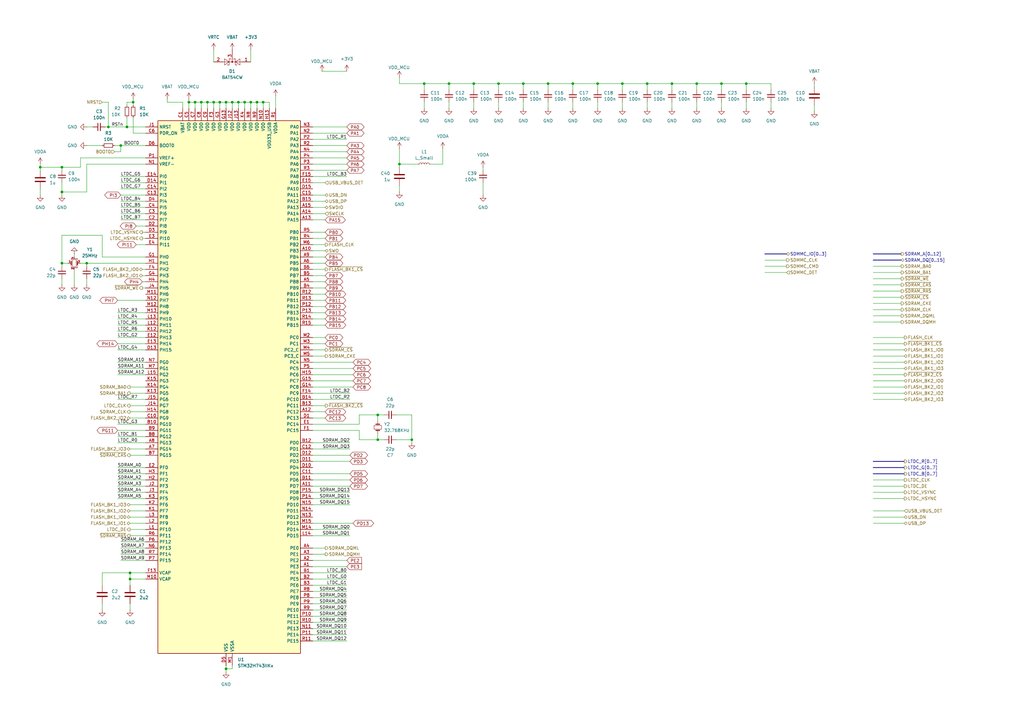
<source format=kicad_sch>
(kicad_sch (version 20231120) (generator "eeschema") (generator_version "8.0")
  (paper "A3")
  (junction (at 77.47 41.91))
  (junction (at 204.47 34.29))
  (junction (at 49.53 59.69))
  (junction (at 285.75 34.29))
  (junction (at 25.4 68.58))
  (junction (at 265.43 34.29))
  (junction (at 54.61 41.91))
  (junction (at 52.07 52.07))
  (junction (at 224.79 34.29))
  (junction (at 85.09 41.91))
  (junction (at 105.41 41.91))
  (junction (at 214.63 34.29))
  (junction (at 168.91 180.34))
  (junction (at 107.95 41.91))
  (junction (at 82.55 41.91))
  (junction (at 25.4 78.74))
  (junction (at 194.31 34.29))
  (junction (at 234.95 34.29))
  (junction (at 275.59 34.29))
  (junction (at 53.34 234.95))
  (junction (at 53.34 237.49))
  (junction (at 90.17 41.91))
  (junction (at 97.79 41.91))
  (junction (at 35.56 107.95))
  (junction (at 16.51 68.58))
  (junction (at 255.27 34.29))
  (junction (at 306.07 34.29))
  (junction (at 154.94 180.34))
  (junction (at 100.33 41.91))
  (junction (at 92.71 274.32))
  (junction (at 102.87 41.91))
  (junction (at 295.91 34.29))
  (junction (at 154.94 170.18))
  (junction (at 25.4 107.95))
  (junction (at 95.25 41.91))
  (junction (at 173.99 34.29))
  (junction (at 87.63 41.91))
  (junction (at 92.71 41.91))
  (junction (at 44.45 52.07))
  (junction (at 184.15 34.29))
  (junction (at 163.83 67.31))
  (junction (at 80.01 41.91))
  (junction (at 245.11 34.29))
  (wire (pts (xy 224.79 44.45) (xy 224.79 41.91)))
  (wire (pts (xy 59.69 67.31) (xy 35.56 67.31)))
  (wire (pts (xy 133.35 90.17) (xy 128.27 90.17)))
  (wire (pts (xy 58.42 113.03) (xy 59.69 113.03)))
  (wire (pts (xy 25.4 78.74) (xy 25.4 74.93)))
  (wire (pts (xy 53.34 237.49) (xy 53.34 240.03)))
  (wire (pts (xy 181.61 60.96) (xy 181.61 67.31)))
  (wire (pts (xy 128.27 255.27) (xy 142.24 255.27)))
  (wire (pts (xy 162.56 180.34) (xy 168.91 180.34)))
  (wire (pts (xy 143.51 163.83) (xy 128.27 163.83)))
  (wire (pts (xy 143.51 196.85) (xy 128.27 196.85)))
  (wire (pts (xy 48.26 201.93) (xy 59.69 201.93)))
  (wire (pts (xy 358.14 161.29) (xy 370.84 161.29)))
  (wire (pts (xy 35.56 52.07) (xy 38.1 52.07)))
  (wire (pts (xy 128.27 250.19) (xy 142.24 250.19)))
  (wire (pts (xy 35.56 78.74) (xy 25.4 78.74)))
  (wire (pts (xy 58.42 97.79) (xy 59.69 97.79)))
  (wire (pts (xy 147.32 176.53) (xy 147.32 180.34)))
  (wire (pts (xy 54.61 40.64) (xy 54.61 41.91)))
  (wire (pts (xy 313.69 106.68) (xy 322.58 106.68)))
  (wire (pts (xy 128.27 217.17) (xy 143.51 217.17)))
  (wire (pts (xy 49.53 229.87) (xy 59.69 229.87)))
  (wire (pts (xy 147.32 170.18) (xy 154.94 170.18)))
  (wire (pts (xy 68.58 40.64) (xy 68.58 41.91)))
  (wire (pts (xy 90.17 41.91) (xy 90.17 44.45)))
  (wire (pts (xy 265.43 34.29) (xy 275.59 34.29)))
  (wire (pts (xy 147.32 173.99) (xy 147.32 170.18)))
  (wire (pts (xy 49.53 90.17) (xy 59.69 90.17)))
  (wire (pts (xy 358.14 151.13) (xy 370.84 151.13)))
  (wire (pts (xy 133.35 100.33) (xy 128.27 100.33)))
  (wire (pts (xy 59.69 54.61) (xy 54.61 54.61)))
  (wire (pts (xy 53.34 161.29) (xy 59.69 161.29)))
  (wire (pts (xy 46.99 59.69) (xy 49.53 59.69)))
  (wire (pts (xy 133.35 130.81) (xy 128.27 130.81)))
  (wire (pts (xy 224.79 34.29) (xy 234.95 34.29)))
  (wire (pts (xy 313.69 109.22) (xy 322.58 109.22)))
  (wire (pts (xy 133.35 171.45) (xy 128.27 171.45)))
  (wire (pts (xy 48.26 128.27) (xy 59.69 128.27)))
  (wire (pts (xy 35.56 107.95) (xy 35.56 109.22)))
  (wire (pts (xy 59.69 237.49) (xy 53.34 237.49)))
  (wire (pts (xy 46.99 62.23) (xy 49.53 62.23)))
  (wire (pts (xy 157.48 180.34) (xy 154.94 180.34)))
  (wire (pts (xy 133.35 113.03) (xy 128.27 113.03)))
  (wire (pts (xy 133.35 95.25) (xy 128.27 95.25)))
  (wire (pts (xy 133.35 110.49) (xy 128.27 110.49)))
  (wire (pts (xy 295.91 34.29) (xy 295.91 36.83)))
  (wire (pts (xy 128.27 173.99) (xy 147.32 173.99)))
  (wire (pts (xy 48.26 199.39) (xy 59.69 199.39)))
  (wire (pts (xy 16.51 69.85) (xy 16.51 68.58)))
  (wire (pts (xy 358.14 204.47) (xy 370.84 204.47)))
  (wire (pts (xy 265.43 34.29) (xy 265.43 36.83)))
  (wire (pts (xy 234.95 34.29) (xy 245.11 34.29)))
  (wire (pts (xy 142.24 67.31) (xy 128.27 67.31)))
  (wire (pts (xy 48.26 204.47) (xy 59.69 204.47)))
  (wire (pts (xy 334.01 34.29) (xy 334.01 35.56)))
  (bus (pts (xy 358.14 106.68) (xy 369.57 106.68)))
  (wire (pts (xy 48.26 194.31) (xy 59.69 194.31)))
  (wire (pts (xy 41.91 250.19) (xy 41.91 247.65)))
  (wire (pts (xy 204.47 34.29) (xy 204.47 36.83)))
  (wire (pts (xy 85.09 41.91) (xy 87.63 41.91)))
  (wire (pts (xy 49.53 85.09) (xy 59.69 85.09)))
  (wire (pts (xy 168.91 180.34) (xy 168.91 181.61)))
  (wire (pts (xy 133.35 80.01) (xy 128.27 80.01)))
  (wire (pts (xy 53.34 212.09) (xy 59.69 212.09)))
  (wire (pts (xy 198.12 74.93) (xy 198.12 80.01)))
  (wire (pts (xy 95.25 273.05) (xy 95.25 274.32)))
  (wire (pts (xy 214.63 34.29) (xy 214.63 36.83)))
  (wire (pts (xy 358.14 116.84) (xy 369.57 116.84)))
  (wire (pts (xy 100.33 41.91) (xy 100.33 44.45)))
  (wire (pts (xy 214.63 44.45) (xy 214.63 41.91)))
  (wire (pts (xy 194.31 34.29) (xy 204.47 34.29)))
  (wire (pts (xy 128.27 201.93) (xy 143.51 201.93)))
  (wire (pts (xy 142.24 64.77) (xy 128.27 64.77)))
  (wire (pts (xy 132.08 29.21) (xy 142.24 29.21)))
  (wire (pts (xy 154.94 180.34) (xy 154.94 177.8)))
  (wire (pts (xy 128.27 260.35) (xy 142.24 260.35)))
  (wire (pts (xy 82.55 41.91) (xy 85.09 41.91)))
  (wire (pts (xy 173.99 34.29) (xy 184.15 34.29)))
  (wire (pts (xy 80.01 41.91) (xy 80.01 44.45)))
  (wire (pts (xy 144.78 158.75) (xy 128.27 158.75)))
  (wire (pts (xy 295.91 34.29) (xy 306.07 34.29)))
  (wire (pts (xy 25.4 107.95) (xy 27.94 107.95)))
  (wire (pts (xy 59.69 52.07) (xy 52.07 52.07)))
  (wire (pts (xy 44.45 52.07) (xy 52.07 52.07)))
  (wire (pts (xy 54.61 41.91) (xy 54.61 43.18)))
  (wire (pts (xy 133.35 74.93) (xy 128.27 74.93)))
  (wire (pts (xy 25.4 69.85) (xy 25.4 68.58)))
  (wire (pts (xy 334.01 43.18) (xy 334.01 45.72)))
  (wire (pts (xy 358.14 148.59) (xy 370.84 148.59)))
  (wire (pts (xy 358.14 114.3) (xy 369.57 114.3)))
  (wire (pts (xy 358.14 132.08) (xy 369.57 132.08)))
  (wire (pts (xy 163.83 67.31) (xy 171.45 67.31)))
  (wire (pts (xy 95.25 41.91) (xy 97.79 41.91)))
  (wire (pts (xy 52.07 43.18) (xy 52.07 41.91)))
  (wire (pts (xy 49.53 62.23) (xy 49.53 59.69)))
  (wire (pts (xy 100.33 41.91) (xy 102.87 41.91)))
  (wire (pts (xy 102.87 20.32) (xy 102.87 25.4)))
  (wire (pts (xy 49.53 224.79) (xy 59.69 224.79)))
  (wire (pts (xy 53.34 234.95) (xy 53.34 237.49)))
  (wire (pts (xy 265.43 44.45) (xy 265.43 41.91)))
  (wire (pts (xy 48.26 143.51) (xy 59.69 143.51)))
  (wire (pts (xy 255.27 34.29) (xy 255.27 36.83)))
  (wire (pts (xy 358.14 143.51) (xy 370.84 143.51)))
  (wire (pts (xy 48.26 179.07) (xy 59.69 179.07)))
  (wire (pts (xy 358.14 153.67) (xy 370.84 153.67)))
  (wire (pts (xy 41.91 234.95) (xy 41.91 240.03)))
  (wire (pts (xy 107.95 41.91) (xy 107.95 44.45)))
  (wire (pts (xy 87.63 41.91) (xy 87.63 44.45)))
  (wire (pts (xy 49.53 77.47) (xy 59.69 77.47)))
  (wire (pts (xy 316.23 34.29) (xy 316.23 36.83)))
  (wire (pts (xy 77.47 41.91) (xy 77.47 44.45)))
  (wire (pts (xy 87.63 41.91) (xy 90.17 41.91)))
  (wire (pts (xy 49.53 74.93) (xy 59.69 74.93)))
  (wire (pts (xy 184.15 44.45) (xy 184.15 41.91)))
  (wire (pts (xy 43.18 52.07) (xy 44.45 52.07)))
  (wire (pts (xy 92.71 41.91) (xy 92.71 44.45)))
  (wire (pts (xy 143.51 186.69) (xy 128.27 186.69)))
  (wire (pts (xy 53.34 219.71) (xy 59.69 219.71)))
  (wire (pts (xy 133.35 146.05) (xy 128.27 146.05)))
  (wire (pts (xy 358.14 111.76) (xy 369.57 111.76)))
  (wire (pts (xy 48.26 181.61) (xy 59.69 181.61)))
  (wire (pts (xy 147.32 180.34) (xy 154.94 180.34)))
  (wire (pts (xy 48.26 191.77) (xy 59.69 191.77)))
  (wire (pts (xy 30.48 110.49) (xy 30.48 116.84)))
  (wire (pts (xy 48.26 153.67) (xy 59.69 153.67)))
  (wire (pts (xy 358.14 163.83) (xy 370.84 163.83)))
  (wire (pts (xy 144.78 153.67) (xy 128.27 153.67)))
  (wire (pts (xy 41.91 105.41) (xy 59.69 105.41)))
  (wire (pts (xy 204.47 44.45) (xy 204.47 41.91)))
  (wire (pts (xy 49.53 72.39) (xy 59.69 72.39)))
  (wire (pts (xy 16.51 68.58) (xy 25.4 68.58)))
  (wire (pts (xy 128.27 262.89) (xy 142.24 262.89)))
  (wire (pts (xy 133.35 115.57) (xy 128.27 115.57)))
  (wire (pts (xy 113.03 39.37) (xy 113.03 44.45)))
  (wire (pts (xy 128.27 184.15) (xy 143.51 184.15)))
  (wire (pts (xy 234.95 34.29) (xy 234.95 36.83)))
  (wire (pts (xy 128.27 257.81) (xy 142.24 257.81)))
  (wire (pts (xy 58.42 115.57) (xy 59.69 115.57)))
  (wire (pts (xy 173.99 44.45) (xy 173.99 41.91)))
  (wire (pts (xy 41.91 105.41) (xy 41.91 96.52)))
  (wire (pts (xy 133.35 166.37) (xy 128.27 166.37)))
  (wire (pts (xy 142.24 59.69) (xy 128.27 59.69)))
  (wire (pts (xy 53.34 207.01) (xy 59.69 207.01)))
  (wire (pts (xy 52.07 41.91) (xy 54.61 41.91)))
  (wire (pts (xy 313.69 111.76) (xy 322.58 111.76)))
  (wire (pts (xy 133.35 123.19) (xy 128.27 123.19)))
  (wire (pts (xy 53.34 171.45) (xy 59.69 171.45)))
  (bus (pts (xy 358.14 189.23) (xy 370.84 189.23)))
  (wire (pts (xy 133.35 224.79) (xy 128.27 224.79)))
  (wire (pts (xy 306.07 44.45) (xy 306.07 41.91)))
  (wire (pts (xy 25.4 96.52) (xy 25.4 107.95)))
  (wire (pts (xy 16.51 68.58) (xy 16.51 67.31)))
  (wire (pts (xy 214.63 34.29) (xy 224.79 34.29)))
  (wire (pts (xy 358.14 140.97) (xy 370.84 140.97)))
  (wire (pts (xy 168.91 170.18) (xy 168.91 180.34)))
  (wire (pts (xy 128.27 252.73) (xy 142.24 252.73)))
  (wire (pts (xy 142.24 69.85) (xy 128.27 69.85)))
  (wire (pts (xy 358.14 146.05) (xy 370.84 146.05)))
  (wire (pts (xy 295.91 44.45) (xy 295.91 41.91)))
  (wire (pts (xy 35.56 59.69) (xy 41.91 59.69)))
  (wire (pts (xy 358.14 121.92) (xy 369.57 121.92)))
  (wire (pts (xy 163.83 60.96) (xy 163.83 67.31)))
  (wire (pts (xy 58.42 95.25) (xy 59.69 95.25)))
  (wire (pts (xy 35.56 107.95) (xy 59.69 107.95)))
  (wire (pts (xy 44.45 41.91) (xy 44.45 52.07)))
  (wire (pts (xy 105.41 41.91) (xy 105.41 44.45)))
  (wire (pts (xy 33.02 107.95) (xy 35.56 107.95)))
  (wire (pts (xy 358.14 199.39) (xy 370.84 199.39)))
  (wire (pts (xy 142.24 62.23) (xy 128.27 62.23)))
  (wire (pts (xy 128.27 247.65) (xy 142.24 247.65)))
  (wire (pts (xy 163.83 34.29) (xy 173.99 34.29)))
  (wire (pts (xy 105.41 41.91) (xy 107.95 41.91)))
  (wire (pts (xy 358.14 212.09) (xy 370.84 212.09)))
  (wire (pts (xy 128.27 176.53) (xy 147.32 176.53)))
  (wire (pts (xy 128.27 204.47) (xy 143.51 204.47)))
  (wire (pts (xy 77.47 41.91) (xy 80.01 41.91)))
  (wire (pts (xy 133.35 125.73) (xy 128.27 125.73)))
  (wire (pts (xy 58.42 110.49) (xy 59.69 110.49)))
  (wire (pts (xy 87.63 20.32) (xy 87.63 25.4)))
  (wire (pts (xy 133.35 143.51) (xy 128.27 143.51)))
  (wire (pts (xy 30.48 104.14) (xy 30.48 105.41)))
  (wire (pts (xy 102.87 41.91) (xy 105.41 41.91)))
  (wire (pts (xy 358.14 129.54) (xy 369.57 129.54)))
  (wire (pts (xy 53.34 186.69) (xy 59.69 186.69)))
  (wire (pts (xy 133.35 85.09) (xy 128.27 85.09)))
  (wire (pts (xy 41.91 96.52) (xy 25.4 96.52)))
  (wire (pts (xy 92.71 41.91) (xy 95.25 41.91)))
  (wire (pts (xy 128.27 242.57) (xy 142.24 242.57)))
  (wire (pts (xy 48.26 123.19) (xy 59.69 123.19)))
  (wire (pts (xy 48.26 130.81) (xy 59.69 130.81)))
  (wire (pts (xy 52.07 52.07) (xy 52.07 48.26)))
  (wire (pts (xy 35.56 67.31) (xy 35.56 78.74)))
  (wire (pts (xy 92.71 274.32) (xy 92.71 273.05)))
  (wire (pts (xy 53.34 217.17) (xy 59.69 217.17)))
  (wire (pts (xy 184.15 34.29) (xy 194.31 34.29)))
  (wire (pts (xy 35.56 116.84) (xy 35.56 114.3)))
  (wire (pts (xy 275.59 34.29) (xy 285.75 34.29)))
  (wire (pts (xy 142.24 237.49) (xy 128.27 237.49)))
  (wire (pts (xy 68.58 41.91) (xy 74.93 41.91)))
  (wire (pts (xy 25.4 68.58) (xy 33.02 68.58)))
  (bus (pts (xy 313.69 104.14) (xy 322.58 104.14)))
  (wire (pts (xy 358.14 209.55) (xy 370.84 209.55)))
  (wire (pts (xy 144.78 156.21) (xy 128.27 156.21)))
  (wire (pts (xy 133.35 120.65) (xy 128.27 120.65)))
  (wire (pts (xy 306.07 34.29) (xy 306.07 36.83)))
  (wire (pts (xy 90.17 41.91) (xy 92.71 41.91)))
  (wire (pts (xy 107.95 41.91) (xy 110.49 41.91)))
  (wire (pts (xy 144.78 148.59) (xy 128.27 148.59)))
  (wire (pts (xy 245.11 34.29) (xy 255.27 34.29)))
  (wire (pts (xy 358.14 119.38) (xy 369.57 119.38)))
  (wire (pts (xy 245.11 44.45) (xy 245.11 41.91)))
  (bus (pts (xy 358.14 104.14) (xy 369.57 104.14)))
  (wire (pts (xy 133.35 138.43) (xy 128.27 138.43)))
  (wire (pts (xy 143.51 161.29) (xy 128.27 161.29)))
  (wire (pts (xy 128.27 181.61) (xy 143.51 181.61)))
  (wire (pts (xy 198.12 68.58) (xy 198.12 69.85)))
  (wire (pts (xy 133.35 118.11) (xy 128.27 118.11)))
  (wire (pts (xy 25.4 116.84) (xy 25.4 114.3)))
  (wire (pts (xy 80.01 41.91) (xy 82.55 41.91)))
  (wire (pts (xy 142.24 232.41) (xy 128.27 232.41)))
  (wire (pts (xy 128.27 219.71) (xy 143.51 219.71)))
  (wire (pts (xy 97.79 41.91) (xy 97.79 44.45)))
  (wire (pts (xy 275.59 34.29) (xy 275.59 36.83)))
  (bus (pts (xy 358.14 191.77) (xy 370.84 191.77)))
  (wire (pts (xy 142.24 52.07) (xy 128.27 52.07)))
  (wire (pts (xy 358.14 124.46) (xy 369.57 124.46)))
  (wire (pts (xy 53.34 184.15) (xy 59.69 184.15)))
  (wire (pts (xy 142.24 229.87) (xy 128.27 229.87)))
  (wire (pts (xy 133.35 107.95) (xy 128.27 107.95)))
  (wire (pts (xy 128.27 57.15) (xy 142.24 57.15)))
  (wire (pts (xy 163.83 31.75) (xy 163.83 34.29)))
  (wire (pts (xy 358.14 127) (xy 369.57 127)))
  (wire (pts (xy 49.53 222.25) (xy 59.69 222.25)))
  (wire (pts (xy 33.02 68.58) (xy 33.02 64.77)))
  (wire (pts (xy 16.51 80.01) (xy 16.51 77.47)))
  (wire (pts (xy 48.26 173.99) (xy 59.69 173.99)))
  (wire (pts (xy 110.49 41.91) (xy 110.49 44.45)))
  (wire (pts (xy 25.4 80.01) (xy 25.4 78.74)))
  (wire (pts (xy 48.26 133.35) (xy 59.69 133.35)))
  (wire (pts (xy 144.78 214.63) (xy 128.27 214.63)))
  (wire (pts (xy 128.27 207.01) (xy 143.51 207.01)))
  (wire (pts (xy 133.35 87.63) (xy 128.27 87.63)))
  (wire (pts (xy 95.25 41.91) (xy 95.25 44.45)))
  (wire (pts (xy 234.95 44.45) (xy 234.95 41.91)))
  (wire (pts (xy 95.25 274.32) (xy 92.71 274.32)))
  (wire (pts (xy 55.88 92.71) (xy 59.69 92.71)))
  (wire (pts (xy 53.34 209.55) (xy 59.69 209.55)))
  (wire (pts (xy 55.88 100.33) (xy 59.69 100.33)))
  (wire (pts (xy 285.75 44.45) (xy 285.75 41.91)))
  (wire (pts (xy 97.79 41.91) (xy 100.33 41.91)))
  (wire (pts (xy 102.87 41.91) (xy 102.87 44.45)))
  (wire (pts (xy 358.14 156.21) (xy 370.84 156.21)))
  (wire (pts (xy 54.61 54.61) (xy 54.61 48.26)))
  (wire (pts (xy 143.51 189.23) (xy 128.27 189.23)))
  (wire (pts (xy 224.79 34.29) (xy 224.79 36.83)))
  (wire (pts (xy 142.24 240.03) (xy 128.27 240.03)))
  (wire (pts (xy 358.14 158.75) (xy 370.84 158.75)))
  (wire (pts (xy 49.53 82.55) (xy 59.69 82.55)))
  (wire (pts (xy 48.26 138.43) (xy 59.69 138.43)))
  (wire (pts (xy 133.35 102.87) (xy 128.27 102.87)))
  (wire (pts (xy 48.26 140.97) (xy 59.69 140.97)))
  (wire (pts (xy 49.53 59.69) (xy 59.69 59.69)))
  (wire (pts (xy 48.26 163.83) (xy 59.69 163.83)))
  (wire (pts (xy 358.14 138.43) (xy 370.84 138.43)))
  (wire (pts (xy 316.23 44.45) (xy 316.23 41.91)))
  (wire (pts (xy 49.53 227.33) (xy 59.69 227.33)))
  (wire (pts (xy 173.99 34.29) (xy 173.99 36.83)))
  (wire (pts (xy 154.94 170.18) (xy 154.94 172.72)))
  (wire (pts (xy 275.59 44.45) (xy 275.59 41.91)))
  (wire (pts (xy 41.91 41.91) (xy 44.45 41.91)))
  (wire (pts (xy 53.34 158.75) (xy 59.69 158.75)))
  (wire (pts (xy 358.14 214.63) (xy 370.84 214.63)))
  (wire (pts (xy 53.34 168.91) (xy 59.69 168.91)))
  (wire (pts (xy 48.26 148.59) (xy 59.69 148.59)))
  (wire (pts (xy 142.24 72.39) (xy 128.27 72.39)))
  (wire (pts (xy 143.51 199.39) (xy 128.27 199.39)))
  (wire (pts (xy 285.75 34.29) (xy 295.91 34.29)))
  (wire (pts (xy 358.14 201.93) (xy 370.84 201.93)))
  (wire (pts (xy 49.53 80.01) (xy 59.69 80.01)))
  (wire (pts (xy 184.15 34.29) (xy 184.15 36.83)))
  (wire (pts (xy 128.27 245.11) (xy 142.24 245.11)))
  (wire (pts (xy 77.47 40.64) (xy 77.47 41.91)))
  (wire (pts (xy 133.35 133.35) (xy 128.27 133.35)))
  (bus (pts (xy 358.14 194.31) (xy 370.84 194.31)))
  (wire (pts (xy 142.24 54.61) (xy 128.27 54.61)))
  (wire (pts (xy 53.34 234.95) (xy 41.91 234.95)))
  (wire (pts (xy 58.42 118.11) (xy 59.69 118.11)))
  (wire (pts (xy 194.31 44.45) (xy 194.31 41.91)))
  (wire (pts (xy 48.26 151.13) (xy 59.69 151.13)))
  (wire (pts (xy 133.35 82.55) (xy 128.27 82.55)))
  (wire (pts (xy 74.93 41.91) (xy 74.93 44.45)))
  (wire (pts (xy 59.69 234.95) (xy 53.34 234.95)))
  (wire (pts (xy 92.71 275.59) (xy 92.71 274.32)))
  (wire (pts (xy 133.35 128.27) (xy 128.27 128.27)))
  (wire (pts (xy 285.75 34.29) (xy 285.75 36.83)))
  (wire (pts (xy 53.34 214.63) (xy 59.69 214.63)))
  (wire (pts (xy 245.11 34.29) (xy 245.11 36.83)))
  (wire (pts (xy 53.34 250.19) (xy 53.34 247.65)))
  (wire (pts (xy 85.09 41.91) (xy 85.09 44.45)))
  (wire (pts (xy 176.53 67.31) (xy 181.61 67.31)))
  (wire (pts (xy 204.47 34.29) (xy 214.63 34.29)))
  (wire (pts (xy 163.83 76.2) (xy 163.83 78.74)))
  (wire (pts (xy 25.4 107.95) (xy 25.4 109.22)))
  (wire (pts (xy 143.51 194.31) (xy 128.27 194.31)))
  (wire (pts (xy 49.53 87.63) (xy 59.69 87.63)))
  (wire (pts (xy 163.83 67.31) (xy 163.83 68.58)))
  (wire (pts (xy 144.78 151.13) (xy 128.27 151.13)))
  (wire (pts (xy 33.02 64.77) (xy 59.69 64.77)))
  (wire (pts (xy 53.34 166.37) (xy 59.69 166.37)))
  (wire (pts (xy 133.35 140.97) (xy 128.27 140.97)))
  (wire (pts (xy 162.56 170.18) (xy 168.91 170.18)))
  (wire (pts (xy 82.55 41.91) (xy 82.55 44.45)))
  (wire (pts (xy 133.35 97.79) (xy 128.27 97.79)))
  (wire (pts (xy 48.26 135.89) (xy 59.69 135.89)))
  (wire (pts (xy 133.35 105.41) (xy 128.27 105.41)))
  (wire (pts (xy 157.48 170.18) (xy 154.94 170.18)))
  (wire (pts (xy 194.31 34.29) (xy 194.31 36.83)))
  (wire (pts (xy 48.26 176.53) (xy 59.69 176.53)))
  (wire (pts (xy 48.26 196.85) (xy 59.69 196.85)))
  (wire (pts (xy 306.07 34.29) (xy 316.23 34.29)))
  (wire (pts (xy 255.27 34.29) (xy 265.43 34.29)))
  (wire (pts (xy 142.24 234.95) (xy 128.27 234.95)))
  (wire (pts (xy 133.35 227.33) (xy 128.27 227.33)))
  (wire (pts (xy 358.14 109.22) (xy 369.57 109.22)))
  (wire (pts (xy 255.27 44.45) (xy 255.27 41.91)))
  (wire (pts (xy 133.35 168.91) (xy 128.27 168.91)))
  (wire (pts (xy 358.14 196.85) (xy 370.84 196.85)))
  (label "SDRAM_DQ10" (at 142.24 257.81 180))
  (label "LTDC_B5" (at 49.53 85.09 0))
  (label "LTDC_R3" (at 48.26 128.27 0))
  (label "SDRAM_A5" (at 48.26 204.47 0))
  (label "SDRAM_DQ9" (at 142.24 255.27 180))
  (label "SDRAM_DQ14" (at 143.51 204.47 180))
  (label "SDRAM_DQ8" (at 142.24 252.73 180))
  (label "RSTn" (at 45.72 52.07 0))
  (label "LTDC_R7" (at 48.26 163.83 0))
  (label "LTDC_R5" (at 48.26 133.35 0))
  (label "SDRAM_A0" (at 48.26 191.77 0))
  (label "LTDC_B2" (at 143.51 161.29 180))
  (label "LTDC_R0" (at 48.26 181.61 0))
  (label "SDRAM_DQ11" (at 142.24 260.35 180))
  (label "BOOT0" (at 50.8 59.69 0))
  (label "SDRAM_DQ7" (at 142.24 250.19 180))
  (label "LTDC_G1" (at 142.24 240.03 180))
  (label "LTDC_B0" (at 142.24 234.95 180))
  (label "SDRAM_DQ12" (at 142.24 262.89 180))
  (label "LTDC_R4" (at 48.26 130.81 0))
  (label "SDRAM_A8" (at 49.53 227.33 0))
  (label "LTDC_B4" (at 49.53 82.55 0))
  (label "SDRAM_A4" (at 48.26 201.93 0))
  (label "SDRAM_A7" (at 49.53 224.79 0))
  (label "LTDC_G3" (at 48.26 173.99 0))
  (label "LTDC_R1" (at 142.24 57.15 180))
  (label "SDRAM_A10" (at 48.26 148.59 0))
  (label "SDRAM_A12" (at 48.26 153.67 0))
  (label "SDRAM_DQ6" (at 142.24 247.65 180))
  (label "SDRAM_DQ4" (at 142.24 242.57 180))
  (label "SDRAM_A9" (at 49.53 229.87 0))
  (label "LTDC_G5" (at 49.53 72.39 0))
  (label "SDRAM_A1" (at 48.26 194.31 0))
  (label "LTDC_B3" (at 142.24 72.39 180))
  (label "LTDC_G0" (at 142.24 237.49 180))
  (label "SDRAM_DQ0" (at 143.51 217.17 180))
  (label "SDRAM_DQ15" (at 143.51 207.01 180))
  (label "LTDC_B1" (at 48.26 179.07 0))
  (label "SDRAM_DQ2" (at 143.51 181.61 180))
  (label "SDRAM_DQ3" (at 143.51 184.15 180))
  (label "LTDC_G6" (at 49.53 74.93 0))
  (label "SDRAM_DQ13" (at 143.51 201.93 180))
  (label "LTDC_R2" (at 143.51 163.83 180))
  (label "SDRAM_DQ1" (at 143.51 219.71 180))
  (label "LTDC_R6" (at 48.26 135.89 0))
  (label "LTDC_B7" (at 49.53 90.17 0))
  (label "LTDC_B6" (at 49.53 87.63 0))
  (label "SDRAM_A11" (at 48.26 151.13 0))
  (label "SDRAM_A6" (at 49.53 222.25 0))
  (label "SDRAM_A2" (at 48.26 196.85 0))
  (label "LTDC_G4" (at 48.26 143.51 0))
  (label "LTDC_G2" (at 48.26 138.43 0))
  (label "SDRAM_A3" (at 48.26 199.39 0))
  (label "LTDC_G7" (at 49.53 77.47 0))
  (label "SDRAM_DQ5" (at 142.24 245.11 180))
  (global_label "PH14" (shape bidirectional) (at 48.26 140.97 180) (property "Intersheetrefs" "${INTERSHEET_REFS}" (effects (hide yes))))
  (global_label "PA15" (shape bidirectional) (at 133.35 90.17 0) (property "Intersheetrefs" "${INTERSHEET_REFS}" (effects (hide yes))))
  (global_label "PA4" (shape bidirectional) (at 142.24 62.23 0) (property "Intersheetrefs" "${INTERSHEET_REFS}" (effects (hide yes))))
  (global_label "PA6" (shape bidirectional) (at 142.24 67.31 0) (property "Intersheetrefs" "${INTERSHEET_REFS}" (effects (hide yes))))
  (global_label "PB11" (shape bidirectional) (at 133.35 123.19 0) (property "Intersheetrefs" "${INTERSHEET_REFS}" (effects (hide yes))))
  (global_label "PE3" (shape input) (at 142.24 232.41 0) (property "Intersheetrefs" "${INTERSHEET_REFS}" (effects (hide yes))))
  (global_label "PB13" (shape bidirectional) (at 133.35 128.27 0) (property "Intersheetrefs" "${INTERSHEET_REFS}" (effects (hide yes))))
  (global_label "PE2" (shape input) (at 142.24 229.87 0) (property "Intersheetrefs" "${INTERSHEET_REFS}" (effects (hide yes))))
  (global_label "PD2" (shape bidirectional) (at 143.51 186.69 0) (property "Intersheetrefs" "${INTERSHEET_REFS}" (effects (hide yes))))
  (global_label "PB4" (shape bidirectional) (at 133.35 105.41 0) (property "Intersheetrefs" "${INTERSHEET_REFS}" (effects (hide yes))))
  (global_label "PB1" (shape bidirectional) (at 133.35 97.79 0) (property "Intersheetrefs" "${INTERSHEET_REFS}" (effects (hide yes))))
  (global_label "PC7" (shape bidirectional) (at 144.78 156.21 0) (property "Intersheetrefs" "${INTERSHEET_REFS}" (effects (hide yes))))
  (global_label "PI3" (shape bidirectional) (at 49.53 80.01 180) (property "Intersheetrefs" "${INTERSHEET_REFS}" (effects (hide yes))))
  (global_label "PC8" (shape bidirectional) (at 144.78 158.75 0) (property "Intersheetrefs" "${INTERSHEET_REFS}" (effects (hide yes))))
  (global_label "PB7" (shape bidirectional) (at 133.35 113.03 0) (property "Intersheetrefs" "${INTERSHEET_REFS}" (effects (hide yes))))
  (global_label "PD13" (shape bidirectional) (at 144.78 214.63 0) (property "Intersheetrefs" "${INTERSHEET_REFS}" (effects (hide yes))))
  (global_label "PC0" (shape bidirectional) (at 133.35 138.43 0) (property "Intersheetrefs" "${INTERSHEET_REFS}" (effects (hide yes))))
  (global_label "PD7" (shape bidirectional) (at 143.51 199.39 0) (property "Intersheetrefs" "${INTERSHEET_REFS}" (effects (hide yes))))
  (global_label "PA1" (shape bidirectional) (at 142.24 54.61 0) (property "Intersheetrefs" "${INTERSHEET_REFS}" (effects (hide yes))))
  (global_label "PG11" (shape bidirectional) (at 48.26 176.53 180) (property "Intersheetrefs" "${INTERSHEET_REFS}" (effects (hide yes))))
  (global_label "PA0" (shape bidirectional) (at 142.24 52.07 0) (property "Intersheetrefs" "${INTERSHEET_REFS}" (effects (hide yes))))
  (global_label "PB8" (shape bidirectional) (at 133.35 115.57 0) (property "Intersheetrefs" "${INTERSHEET_REFS}" (effects (hide yes))))
  (global_label "PH4" (shape bidirectional) (at 58.42 115.57 180) (property "Intersheetrefs" "${INTERSHEET_REFS}" (effects (hide yes))))
  (global_label "PD3" (shape bidirectional) (at 143.51 189.23 0) (property "Intersheetrefs" "${INTERSHEET_REFS}" (effects (hide yes))))
  (global_label "PH7" (shape bidirectional) (at 48.26 123.19 180) (property "Intersheetrefs" "${INTERSHEET_REFS}" (effects (hide yes))))
  (global_label "PA5" (shape bidirectional) (at 142.24 64.77 0) (property "Intersheetrefs" "${INTERSHEET_REFS}" (effects (hide yes))))
  (global_label "PC6" (shape bidirectional) (at 144.78 153.67 0) (property "Intersheetrefs" "${INTERSHEET_REFS}" (effects (hide yes))))
  (global_label "PD5" (shape bidirectional) (at 143.51 194.31 0) (property "Intersheetrefs" "${INTERSHEET_REFS}" (effects (hide yes))))
  (global_label "PB10" (shape bidirectional) (at 133.35 120.65 0) (property "Intersheetrefs" "${INTERSHEET_REFS}" (effects (hide yes))))
  (global_label "PC1" (shape bidirectional) (at 133.35 140.97 0) (property "Intersheetrefs" "${INTERSHEET_REFS}" (effects (hide yes))))
  (global_label "PC12" (shape bidirectional) (at 133.35 168.91 0) (property "Intersheetrefs" "${INTERSHEET_REFS}" (effects (hide yes))))
  (global_label "PD6" (shape bidirectional) (at 143.51 196.85 0) (property "Intersheetrefs" "${INTERSHEET_REFS}" (effects (hide yes))))
  (global_label "PB0" (shape bidirectional) (at 133.35 95.25 0) (property "Intersheetrefs" "${INTERSHEET_REFS}" (effects (hide yes))))
  (global_label "PB14" (shape bidirectional) (at 133.35 130.81 0) (property "Intersheetrefs" "${INTERSHEET_REFS}" (effects (hide yes))))
  (global_label "PC13" (shape bidirectional) (at 133.35 171.45 0) (property "Intersheetrefs" "${INTERSHEET_REFS}" (effects (hide yes))))
  (global_label "PA7" (shape bidirectional) (at 142.24 69.85 0) (property "Intersheetrefs" "${INTERSHEET_REFS}" (effects (hide yes))))
  (global_label "PC5" (shape bidirectional) (at 144.78 151.13 0) (property "Intersheetrefs" "${INTERSHEET_REFS}" (effects (hide yes))))
  (global_label "PB12" (shape bidirectional) (at 133.35 125.73 0) (property "Intersheetrefs" "${INTERSHEET_REFS}" (effects (hide yes))))
  (global_label "PI8" (shape bidirectional) (at 55.88 92.71 180) (property "Intersheetrefs" "${INTERSHEET_REFS}" (effects (hide yes))))
  (global_label "PB9" (shape bidirectional) (at 133.35 118.11 0) (property "Intersheetrefs" "${INTERSHEET_REFS}" (effects (hide yes))))
  (global_label "PB5" (shape bidirectional) (at 133.35 107.95 0) (property "Intersheetrefs" "${INTERSHEET_REFS}" (effects (hide yes))))
  (global_label "PC4" (shape bidirectional) (at 144.78 148.59 0) (property "Intersheetrefs" "${INTERSHEET_REFS}" (effects (hide yes))))
  (global_label "PI11" (shape bidirectional) (at 55.88 100.33 180) (property "Intersheetrefs" "${INTERSHEET_REFS}" (effects (hide yes))))
  (global_label "PB15" (shape bidirectional) (at 133.35 133.35 0) (property "Intersheetrefs" "${INTERSHEET_REFS}" (effects (hide yes))))
  (global_label "PA3" (shape bidirectional) (at 142.24 59.69 0) (property "Intersheetrefs" "${INTERSHEET_REFS}" (effects (hide yes))))
  (hierarchical_label "~{SDRAM_CS}" (shape output) (at 369.57 121.92 0))
  (hierarchical_label "LTDC_R[0..7]" (shape output) (at 370.84 189.23 0))
  (hierarchical_label "SDRAM_DQMH" (shape output) (at 133.35 227.33 0))
  (hierarchical_label "LTDC_HSYNC" (shape output) (at 370.84 204.47 0))
  (hierarchical_label "SDRAM_BA0" (shape output) (at 53.34 158.75 180))
  (hierarchical_label "~{SDRAM_CS}" (shape output) (at 133.35 143.51 0))
  (hierarchical_label "SDMMC_DET" (shape input) (at 322.58 111.76 0))
  (hierarchical_label "USB_DP" (shape bidirectional) (at 133.35 82.55 0))
  (hierarchical_label "SDRAM_DQML" (shape output) (at 369.57 129.54 0))
  (hierarchical_label "SDRAM_DQML" (shape output) (at 133.35 224.79 0))
  (hierarchical_label "SDRAM_BA1" (shape output) (at 53.34 161.29 180))
  (hierarchical_label "USB_DN" (shape bidirectional) (at 133.35 80.01 0))
  (hierarchical_label "~{SDRAM_RAS}" (shape output) (at 53.34 219.71 180))
  (hierarchical_label "FLASH_BK2_IO0" (shape bidirectional) (at 58.42 110.49 180))
  (hierarchical_label "SWDIO" (shape bidirectional) (at 133.35 85.09 0))
  (hierarchical_label "LTDC_VSYNC" (shape output) (at 58.42 95.25 180))
  (hierarchical_label "FLASH_BK2_IO3" (shape bidirectional) (at 370.84 163.83 0))
  (hierarchical_label "FLASH_BK2_IO1" (shape bidirectional) (at 58.42 113.03 180))
  (hierarchical_label "FLASH_CLK" (shape output) (at 370.84 138.43 0))
  (hierarchical_label "FLASH_BK2_IO2" (shape bidirectional) (at 370.84 161.29 0))
  (hierarchical_label "SDRAM_BA0" (shape output) (at 369.57 109.22 0))
  (hierarchical_label "SDMMC_CLK" (shape output) (at 322.58 106.68 0))
  (hierarchical_label "FLASH_BK2_IO3" (shape bidirectional) (at 53.34 184.15 180))
  (hierarchical_label "~{FLASH_BK1_CS}" (shape output) (at 370.84 140.97 0))
  (hierarchical_label "FLASH_BK1_IO3" (shape bidirectional) (at 370.84 151.13 0))
  (hierarchical_label "SDRAM_CLK" (shape output) (at 369.57 127 0))
  (hierarchical_label "SWO" (shape bidirectional) (at 133.35 102.87 0))
  (hierarchical_label "LTDC_CLK" (shape output) (at 53.34 166.37 180))
  (hierarchical_label "~{FLASH_BK2_CS}" (shape output) (at 370.84 153.67 0))
  (hierarchical_label "SDMMC_CMD" (shape output) (at 322.58 109.22 0))
  (hierarchical_label "FLASH_BK1_IO1" (shape bidirectional) (at 370.84 146.05 0))
  (hierarchical_label "FLASH_CLK" (shape output) (at 133.35 100.33 0))
  (hierarchical_label "~{SDRAM_WE}" (shape output) (at 369.57 114.3 0))
  (hierarchical_label "FLASH_BK2_IO0" (shape bidirectional) (at 370.84 156.21 0))
  (hierarchical_label "~{SDRAM_RAS}" (shape output) (at 369.57 119.38 0))
  (hierarchical_label "SWCLK" (shape input) (at 133.35 87.63 0))
  (hierarchical_label "~{FLASH_BK2_CS}" (shape output) (at 133.35 166.37 0))
  (hierarchical_label "FLASH_BK1_IO1" (shape bidirectional) (at 53.34 214.63 180))
  (hierarchical_label "LTDC_VSYNC" (shape output) (at 370.84 201.93 0))
  (hierarchical_label "BOOT0" (shape input) (at 46.99 62.23 180))
  (hierarchical_label "SDMMC_IO[0..3]" (shape bidirectional) (at 322.58 104.14 0))
  (hierarchical_label "~{SDRAM_CAS}" (shape output) (at 369.57 116.84 0))
  (hierarchical_label "SDRAM_DQMH" (shape output) (at 369.57 132.08 0))
  (hierarchical_label "SDRAM_CLK" (shape output) (at 53.34 168.91 180))
  (hierarchical_label "FLASH_BK2_IO1" (shape bidirectional) (at 370.84 158.75 0))
  (hierarchical_label "FLASH_BK1_IO2" (shape bidirectional) (at 53.34 209.55 180))
  (hierarchical_label "LTDC_CLK" (shape output) (at 370.84 196.85 0))
  (hierarchical_label "FLASH_BK1_IO2" (shape bidirectional) (at 370.84 148.59 0))
  (hierarchical_label "SDRAM_BA1" (shape output) (at 369.57 111.76 0))
  (hierarchical_label "USB_DP" (shape bidirectional) (at 370.84 214.63 0))
  (hierarchical_label "USB_VBUS_DET" (shape input) (at 370.84 209.55 0))
  (hierarchical_label "FLASH_BK1_IO0" (shape bidirectional) (at 370.84 143.51 0))
  (hierarchical_label "SDRAM_CKE" (shape output) (at 369.57 124.46 0))
  (hierarchical_label "FLASH_BK1_IO0" (shape bidirectional) (at 53.34 212.09 180))
  (hierarchical_label "FLASH_BK1_IO3" (shape bidirectional) (at 53.34 207.01 180))
  (hierarchical_label "LTDC_DE" (shape output) (at 53.34 217.17 180))
  (hierarchical_label "NRST" (shape input) (at 41.91 41.91 180))
  (hierarchical_label "LTDC_HSYNC" (shape output) (at 58.42 97.79 180))
  (hierarchical_label "~{FLASH_BK1_CS}" (shape output) (at 133.35 110.49 0))
  (hierarchical_label "~{SDRAM_CAS}" (shape output) (at 53.34 186.69 180))
  (hierarchical_label "LTDC_DE" (shape output) (at 370.84 199.39 0))
  (hierarchical_label "LTDC_B[0..7]" (shape output) (at 370.84 194.31 0))
  (hierarchical_label "~{SDRAM_WE}" (shape output) (at 58.42 118.11 180))
  (hierarchical_label "SDRAM_DQ[0..15]" (shape bidirectional) (at 369.57 106.68 0))
  (hierarchical_label "SDRAM_A[0..12]" (shape output) (at 369.57 104.14 0))
  (hierarchical_label "FLASH_BK2_IO2" (shape bidirectional) (at 53.34 171.45 180))
  (hierarchical_label "SDRAM_CKE" (shape output) (at 133.35 146.05 0))
  (hierarchical_label "USB_DN" (shape bidirectional) (at 370.84 212.09 0))
  (hierarchical_label "USB_VBUS_DET" (shape input) (at 133.35 74.93 0))
  (hierarchical_label "LTDC_G[0..7]" (shape output) (at 370.84 191.77 0))
  (symbol (lib_id "Device:C_Small") (at 306.07 39.37 180) (unit 1)
    (property "Reference" "C24" (at 308.61 38.0935 0) (effects (justify right)))
    (property "Value" "100n" (at 308.61 40.6335 0) (effects (justify right)))
    (property "Footprint" "Capacitor_SMD:C_0201_0603Metric" (effects (hide yes)))
    (property "Description" "Unpolarized capacitor, small symbol" (effects (hide yes)))
  )
  (symbol (lib_id "MCU_ST_STM32H7:STM32H743IIKx") (at 92.71 158.75 0) (unit 1)
    (property "Reference" "U1" (at 97.4441 270.51 0) (effects (justify left)))
    (property "Value" "STM32H743IIKx" (at 97.4441 273.05 0) (effects (justify left)))
    (property "Footprint" "Package_BGA:UFBGA-201_10x10mm_Layout15x15_P0.65mm" (effects (hide yes)))
    (property "Datasheet" "https://www.st.com/resource/en/datasheet/stm32h743ii.pdf" (effects (hide yes)))
    (property "Description" "STMicroelectronics Arm Cortex-M7 MCU, 2048KB flash, 1024KB RAM, 480 MHz, 1.62-3.6V, 140 GPIO, UFBGA176" (effects (hide yes)))
  )
  (symbol (lib_id "power:GND") (at 184.15 44.45 0) (unit 1)
    (property "Reference" "#PWR022" (effects (hide yes)))
    (property "Value" "GND" (at 184.15 49.53 0))
    (property "Description" "Power symbol creates a global label with name \"GND\" , ground" (effects (hide yes)))
  )
  (symbol (lib_id "power:GND") (at 265.43 44.45 0) (unit 1)
    (property "Reference" "#PWR038" (effects (hide yes)))
    (property "Value" "GND" (at 265.43 49.53 0))
    (property "Description" "Power symbol creates a global label with name \"GND\" , ground" (effects (hide yes)))
  )
  (symbol (lib_id "power:GND") (at 25.4 80.01 0) (unit 1)
    (property "Reference" "#PWR016" (effects (hide yes)))
    (property "Value" "GND" (at 25.4 85.09 0))
    (property "Description" "Power symbol creates a global label with name \"GND\" , ground" (effects (hide yes)))
  )
  (symbol (lib_id "power:GND") (at 194.31 44.45 0) (unit 1)
    (property "Reference" "#PWR024" (effects (hide yes)))
    (property "Value" "GND" (at 194.31 49.53 0))
    (property "Description" "Power symbol creates a global label with name \"GND\" , ground" (effects (hide yes)))
  )
  (symbol (lib_id "Device:C_Small") (at 25.4 111.76 0) (mirror y) (unit 1)
    (property "Reference" "C4" (at 22.86 110.4962 0) (effects (justify left)))
    (property "Value" "22p" (at 22.86 113.0362 0) (effects (justify left)))
    (property "Footprint" "Capacitor_SMD:C_0201_0603Metric" (effects (hide yes)))
    (property "Description" "Unpolarized capacitor, small symbol" (effects (hide yes)))
  )
  (symbol (lib_id "Device:R_Small") (at 54.61 45.72 0) (unit 1)
    (property "Reference" "R1" (at 57.15 44.4499 0) (effects (justify left)))
    (property "Value" "10K" (at 57.15 46.9899 0) (effects (justify left)))
    (property "Footprint" "Resistor_SMD:R_0201_0603Metric" (effects (hide yes)))
    (property "Description" "Resistor, small symbol" (effects (hide yes)))
  )
  (symbol (lib_id "Device:C_Small") (at 184.15 39.37 180) (unit 1)
    (property "Reference" "C12" (at 186.69 38.0935 0) (effects (justify right)))
    (property "Value" "100n" (at 186.69 40.6335 0) (effects (justify right)))
    (property "Footprint" "Capacitor_SMD:C_0201_0603Metric" (effects (hide yes)))
    (property "Description" "Unpolarized capacitor, small symbol" (effects (hide yes)))
  )
  (symbol (lib_id "power:GND") (at 30.48 104.14 180) (unit 1)
    (property "Reference" "#PWR011" (effects (hide yes)))
    (property "Value" "GND" (at 30.48 99.06 0))
    (property "Description" "Power symbol creates a global label with name \"GND\" , ground" (effects (hide yes)))
  )
  (symbol (lib_id "Device:C_Small") (at 214.63 39.37 180) (unit 1)
    (property "Reference" "C15" (at 217.17 38.0935 0) (effects (justify right)))
    (property "Value" "100n" (at 217.17 40.6335 0) (effects (justify right)))
    (property "Footprint" "Capacitor_SMD:C_0201_0603Metric" (effects (hide yes)))
    (property "Description" "Unpolarized capacitor, small symbol" (effects (hide yes)))
  )
  (symbol (lib_id "power:+3V3") (at 132.08 29.21 0) (unit 1)
    (property "Reference" "#PWR039" (effects (hide yes)))
    (property "Value" "VDD_MCU" (at 127.508 25.146 0) (effects (justify left)))
    (property "Description" "Power symbol creates a global label with name \"+3V3\"" (effects (hide yes)))
  )
  (symbol (lib_id "power:+3V3") (at 68.58 40.64 0) (unit 1)
    (property "Reference" "#PWR013" (effects (hide yes)))
    (property "Value" "VBAT" (at 68.58 35.56 0))
    (property "Description" "Power symbol creates a global label with name \"+3V3\"" (effects (hide yes)))
  )
  (symbol (lib_id "power:GND") (at 224.79 44.45 0) (unit 1)
    (property "Reference" "#PWR030" (effects (hide yes)))
    (property "Value" "GND" (at 224.79 49.53 0))
    (property "Description" "Power symbol creates a global label with name \"GND\" , ground" (effects (hide yes)))
  )
  (symbol (lib_id "power:GND") (at 295.91 44.45 0) (unit 1)
    (property "Reference" "#PWR044" (effects (hide yes)))
    (property "Value" "GND" (at 295.91 49.53 0))
    (property "Description" "Power symbol creates a global label with name \"GND\" , ground" (effects (hide yes)))
  )
  (symbol (lib_id "power:GND") (at 285.75 44.45 0) (unit 1)
    (property "Reference" "#PWR042" (effects (hide yes)))
    (property "Value" "GND" (at 285.75 49.53 0))
    (property "Description" "Power symbol creates a global label with name \"GND\" , ground" (effects (hide yes)))
  )
  (symbol (lib_id "power:VAA") (at 181.61 60.96 0) (unit 1)
    (property "Reference" "#PWR021" (effects (hide yes)))
    (property "Value" "VDDA" (at 181.61 55.88 0))
    (property "Description" "Power symbol creates a global label with name \"VAA\"" (effects (hide yes)))
  )
  (symbol (lib_id "power:GND") (at 204.47 44.45 0) (unit 1)
    (property "Reference" "#PWR026" (effects (hide yes)))
    (property "Value" "GND" (at 204.47 49.53 0))
    (property "Description" "Power symbol creates a global label with name \"GND\" , ground" (effects (hide yes)))
  )
  (symbol (lib_id "Device:C_Small") (at 245.11 39.37 180) (unit 1)
    (property "Reference" "C18" (at 247.65 38.0935 0) (effects (justify right)))
    (property "Value" "100n" (at 247.65 40.6335 0) (effects (justify right)))
    (property "Footprint" "Capacitor_SMD:C_0201_0603Metric" (effects (hide yes)))
    (property "Description" "Unpolarized capacitor, small symbol" (effects (hide yes)))
  )
  (symbol (lib_id "power:GND") (at 334.01 45.72 0) (mirror y) (unit 1)
    (property "Reference" "#PWR018" (effects (hide yes)))
    (property "Value" "GND" (at 334.01 50.8 0))
    (property "Description" "Power symbol creates a global label with name \"GND\" , ground" (effects (hide yes)))
  )
  (symbol (lib_id "Device:C_Small") (at 316.23 39.37 180) (unit 1)
    (property "Reference" "C25" (at 318.77 38.0935 0) (effects (justify right)))
    (property "Value" "100n" (at 318.77 40.6335 0) (effects (justify right)))
    (property "Footprint" "Capacitor_SMD:C_0201_0603Metric" (effects (hide yes)))
    (property "Description" "Unpolarized capacitor, small symbol" (effects (hide yes)))
  )
  (symbol (lib_id "power:+3V3") (at 163.83 31.75 0) (unit 1)
    (property "Reference" "#PWR017" (effects (hide yes)))
    (property "Value" "VDD_MCU" (at 159.258 27.686 0) (effects (justify left)))
    (property "Description" "Power symbol creates a global label with name \"+3V3\"" (effects (hide yes)))
  )
  (symbol (lib_id "Device:C_Small") (at 295.91 39.37 180) (unit 1)
    (property "Reference" "C23" (at 298.45 38.0935 0) (effects (justify right)))
    (property "Value" "100n" (at 298.45 40.6335 0) (effects (justify right)))
    (property "Footprint" "Capacitor_SMD:C_0201_0603Metric" (effects (hide yes)))
    (property "Description" "Unpolarized capacitor, small symbol" (effects (hide yes)))
  )
  (symbol (lib_id "power:+3V3") (at 54.61 40.64 0) (unit 1)
    (property "Reference" "#PWR04" (effects (hide yes)))
    (property "Value" "VDD_MCU" (at 50.038 35.56 0) (effects (justify left)))
    (property "Description" "Power symbol creates a global label with name \"+3V3\"" (effects (hide yes)))
  )
  (symbol (lib_id "power:+3V3") (at 142.24 29.21 0) (unit 1)
    (property "Reference" "#PWR041" (effects (hide yes)))
    (property "Value" "+3V3" (at 142.24 24.13 0))
    (property "Description" "Power symbol creates a global label with name \"+3V3\"" (effects (hide yes)))
  )
  (symbol (lib_id "power:VAA") (at 16.51 67.31 0) (unit 1)
    (property "Reference" "#PWR029" (effects (hide yes)))
    (property "Value" "VDDA" (at 16.51 62.23 0))
    (property "Description" "Power symbol creates a global label with name \"VAA\"" (effects (hide yes)))
  )
  (symbol (lib_id "Device:C_Small") (at 194.31 39.37 180) (unit 1)
    (property "Reference" "C13" (at 196.85 38.0935 0) (effects (justify right)))
    (property "Value" "100n" (at 196.85 40.6335 0) (effects (justify right)))
    (property "Footprint" "Capacitor_SMD:C_0201_0603Metric" (effects (hide yes)))
    (property "Description" "Unpolarized capacitor, small symbol" (effects (hide yes)))
  )
  (symbol (lib_id "Device:C_Small") (at 35.56 111.76 0) (unit 1)
    (property "Reference" "C5" (at 38.1 110.4962 0) (effects (justify left)))
    (property "Value" "22p" (at 38.1 113.0362 0) (effects (justify left)))
    (property "Footprint" "Capacitor_SMD:C_0201_0603Metric" (effects (hide yes)))
    (property "Description" "Unpolarized capacitor, small symbol" (effects (hide yes)))
  )
  (symbol (lib_id "power:+3V3") (at 95.25 20.32 0) (unit 1)
    (property "Reference" "#PWR066" (effects (hide yes)))
    (property "Value" "VBAT" (at 95.25 15.24 0))
    (property "Description" "Power symbol creates a global label with name \"+3V3\"" (effects (hide yes)))
  )
  (symbol (lib_id "power:GND") (at 275.59 44.45 0) (unit 1)
    (property "Reference" "#PWR040" (effects (hide yes)))
    (property "Value" "GND" (at 275.59 49.53 0))
    (property "Description" "Power symbol creates a global label with name \"GND\" , ground" (effects (hide yes)))
  )
  (symbol (lib_id "Device:C") (at 41.91 243.84 0) (unit 1)
    (property "Reference" "C2" (at 45.72 242.5699 0) (effects (justify left)))
    (property "Value" "2u2" (at 45.72 245.1099 0) (effects (justify left)))
    (property "Footprint" "Capacitor_SMD:C_0402_1005Metric" (effects (hide yes)))
    (property "Description" "Unpolarized capacitor" (effects (hide yes)))
  )
  (symbol (lib_id "Device:C") (at 16.51 73.66 0) (unit 1)
    (property "Reference" "C8" (at 20.32 72.3899 0) (effects (justify left)))
    (property "Value" "1u" (at 20.32 74.9299 0) (effects (justify left)))
    (property "Footprint" "Capacitor_SMD:C_0402_1005Metric" (effects (hide yes)))
    (property "Description" "Unpolarized capacitor" (effects (hide yes)))
  )
  (symbol (lib_id "Device:C_Small") (at 234.95 39.37 180) (unit 1)
    (property "Reference" "C17" (at 237.49 38.0935 0) (effects (justify right)))
    (property "Value" "100n" (at 237.49 40.6335 0) (effects (justify right)))
    (property "Footprint" "Capacitor_SMD:C_0201_0603Metric" (effects (hide yes)))
    (property "Description" "Unpolarized capacitor, small symbol" (effects (hide yes)))
  )
  (symbol (lib_id "power:VAA") (at 198.12 68.58 0) (unit 1)
    (property "Reference" "#PWR05" (effects (hide yes)))
    (property "Value" "VDDA" (at 198.12 63.5 0))
    (property "Description" "Power symbol creates a global label with name \"VAA\"" (effects (hide yes)))
  )
  (symbol (lib_id "power:GND") (at 173.99 44.45 0) (unit 1)
    (property "Reference" "#PWR020" (effects (hide yes)))
    (property "Value" "GND" (at 173.99 49.53 0))
    (property "Description" "Power symbol creates a global label with name \"GND\" , ground" (effects (hide yes)))
  )
  (symbol (lib_id "power:GND") (at 198.12 80.01 0) (mirror y) (unit 1)
    (property "Reference" "#PWR027" (effects (hide yes)))
    (property "Value" "GND" (at 198.12 85.09 0))
    (property "Description" "Power symbol creates a global label with name \"GND\" , ground" (effects (hide yes)))
  )
  (symbol (lib_id "Device:C_Small") (at 275.59 39.37 180) (unit 1)
    (property "Reference" "C21" (at 278.13 38.0935 0) (effects (justify right)))
    (property "Value" "100n" (at 278.13 40.6335 0) (effects (justify right)))
    (property "Footprint" "Capacitor_SMD:C_0201_0603Metric" (effects (hide yes)))
    (property "Description" "Unpolarized capacitor, small symbol" (effects (hide yes)))
  )
  (symbol (lib_id "Device:C_Small") (at 25.4 72.39 180) (unit 1)
    (property "Reference" "C9" (at 27.94 71.1135 0) (effects (justify right)))
    (property "Value" "100n" (at 27.94 73.6535 0) (effects (justify right)))
    (property "Footprint" "Capacitor_SMD:C_0201_0603Metric" (effects (hide yes)))
    (property "Description" "Unpolarized capacitor, small symbol" (effects (hide yes)))
  )
  (symbol (lib_id "power:GND") (at 316.23 44.45 0) (unit 1)
    (property "Reference" "#PWR048" (effects (hide yes)))
    (property "Value" "GND" (at 316.23 49.53 0))
    (property "Description" "Power symbol creates a global label with name \"GND\" , ground" (effects (hide yes)))
  )
  (symbol (lib_id "power:GND") (at 92.71 275.59 0) (unit 1)
    (property "Reference" "#PWR01" (effects (hide yes)))
    (property "Value" "GND" (at 92.71 280.67 0))
    (property "Description" "Power symbol creates a global label with name \"GND\" , ground" (effects (hide yes)))
  )
  (symbol (lib_id "Device:C") (at 163.83 72.39 0) (mirror y) (unit 1)
    (property "Reference" "C40" (at 160.02 71.1199 0) (effects (justify left)))
    (property "Value" "1u" (at 160.02 73.6599 0) (effects (justify left)))
    (property "Footprint" "Capacitor_SMD:C_0402_1005Metric" (effects (hide yes)))
    (property "Description" "Unpolarized capacitor" (effects (hide yes)))
  )
  (symbol (lib_id "power:GND") (at 25.4 116.84 0) (unit 1)
    (property "Reference" "#PWR08" (effects (hide yes)))
    (property "Value" "GND" (at 25.4 121.92 0))
    (property "Description" "Power symbol creates a global label with name \"GND\" , ground" (effects (hide yes)))
  )
  (symbol (lib_id "Diode:BAT54CW") (at 95.25 25.4 180) (unit 1)
    (property "Reference" "D1" (at 95.25 29.21 0))
    (property "Value" "BAT54CW" (at 95.25 31.75 0))
    (property "Footprint" "Package_TO_SOT_SMD:SOT-23" (effects (hide yes)))
    (property "Datasheet" "https://assets.nexperia.com/documents/data-sheet/BAT54W_SER.pdf" (effects (hide yes)))
    (property "Description" "Dual schottky barrier diode, common cathode, SOT-323" (effects (hide yes)))
  )
  (symbol (lib_id "Device:C_Small") (at 40.64 52.07 90) (unit 1)
    (property "Reference" "C3" (at 40.6463 45.72 90))
    (property "Value" "100n" (at 40.6463 48.26 90))
    (property "Footprint" "Capacitor_SMD:C_0201_0603Metric" (effects (hide yes)))
    (property "Description" "Unpolarized capacitor, small symbol" (effects (hide yes)))
  )
  (symbol (lib_id "power:GND") (at 245.11 44.45 0) (unit 1)
    (property "Reference" "#PWR034" (effects (hide yes)))
    (property "Value" "GND" (at 245.11 49.53 0))
    (property "Description" "Power symbol creates a global label with name \"GND\" , ground" (effects (hide yes)))
  )
  (symbol (lib_id "Device:C") (at 334.01 39.37 0) (mirror y) (unit 1)
    (property "Reference" "C10" (at 330.2 38.0999 0) (effects (justify left)))
    (property "Value" "10u" (at 330.2 40.6399 0) (effects (justify left)))
    (property "Footprint" "Capacitor_SMD:C_0402_1005Metric" (effects (hide yes)))
    (property "Description" "Unpolarized capacitor" (effects (hide yes)))
  )
  (symbol (lib_id "Device:C_Small") (at 224.79 39.37 180) (unit 1)
    (property "Reference" "C16" (at 227.33 38.0935 0) (effects (justify right)))
    (property "Value" "100n" (at 227.33 40.6335 0) (effects (justify right)))
    (property "Footprint" "Capacitor_SMD:C_0201_0603Metric" (effects (hide yes)))
    (property "Description" "Unpolarized capacitor, small symbol" (effects (hide yes)))
  )
  (symbol (lib_id "Device:C_Small") (at 160.02 180.34 90) (mirror x) (unit 1)
    (property "Reference" "C7" (at 160.0263 186.69 90))
    (property "Value" "22p" (at 160.0263 184.15 90))
    (property "Footprint" "Capacitor_SMD:C_0201_0603Metric" (effects (hide yes)))
    (property "Description" "Unpolarized capacitor, small symbol" (effects (hide yes)))
  )
  (symbol (lib_id "Device:R_Small") (at 44.45 59.69 90) (unit 1)
    (property "Reference" "R3" (at 44.45 54.61 90))
    (property "Value" "10K" (at 44.45 57.15 90))
    (property "Footprint" "Resistor_SMD:R_0201_0603Metric" (effects (hide yes)))
    (property "Description" "Resistor, small symbol" (effects (hide yes)))
  )
  (symbol (lib_id "Device:L_Small") (at 173.99 67.31 90) (unit 1)
    (property "Reference" "L1" (at 173.99 62.23 90))
    (property "Value" "L_Small" (at 173.99 64.77 90))
    (property "Footprint" "Inductor_SMD:L_0402_1005Metric" (effects (hide yes)))
    (property "Description" "Inductor, small symbol" (effects (hide yes)))
  )
  (symbol (lib_id "Device:C_Small") (at 198.12 72.39 0) (mirror x) (unit 1)
    (property "Reference" "C39" (at 195.58 71.1135 0) (effects (justify right)))
    (property "Value" "100n" (at 195.58 73.6535 0) (effects (justify right)))
    (property "Footprint" "Capacitor_SMD:C_0201_0603Metric" (effects (hide yes)))
    (property "Description" "Unpolarized capacitor, small symbol" (effects (hide yes)))
  )
  (symbol (lib_id "power:VAA") (at 113.03 39.37 0) (unit 1)
    (property "Reference" "#PWR023" (effects (hide yes)))
    (property "Value" "VDDA" (at 113.03 34.29 0))
    (property "Description" "Power symbol creates a global label with name \"VAA\"" (effects (hide yes)))
  )
  (symbol (lib_id "power:+3V3") (at 87.63 20.32 0) (unit 1)
    (property "Reference" "#PWR074" (effects (hide yes)))
    (property "Value" "VRTC" (at 87.63 15.24 0))
    (property "Description" "Power symbol creates a global label with name \"+3V3\"" (effects (hide yes)))
  )
  (symbol (lib_id "Device:Crystal_Small") (at 154.94 175.26 90) (unit 1)
    (property "Reference" "Y2" (at 157.48 173.9899 90) (effects (justify right)))
    (property "Value" "32.768KHz" (at 157.48 176.5299 90) (effects (justify right)))
    (property "Footprint" "Crystal:Crystal_SMD_2012-2Pin_2.0x1.2mm" (effects (hide yes)))
    (property "Description" "Two pin crystal, small symbol" (effects (hide yes)))
  )
  (symbol (lib_id "power:GND") (at 234.95 44.45 0) (unit 1)
    (property "Reference" "#PWR032" (effects (hide yes)))
    (property "Value" "GND" (at 234.95 49.53 0))
    (property "Description" "Power symbol creates a global label with name \"GND\" , ground" (effects (hide yes)))
  )
  (symbol (lib_id "power:GND") (at 168.91 181.61 0) (unit 1)
    (property "Reference" "#PWR012" (effects (hide yes)))
    (property "Value" "GND" (at 168.91 186.69 0))
    (property "Description" "Power symbol creates a global label with name \"GND\" , ground" (effects (hide yes)))
  )
  (symbol (lib_id "power:GND") (at 16.51 80.01 0) (unit 1)
    (property "Reference" "#PWR015" (effects (hide yes)))
    (property "Value" "GND" (at 16.51 85.09 0))
    (property "Description" "Power symbol creates a global label with name \"GND\" , ground" (effects (hide yes)))
  )
  (symbol (lib_id "power:+3V3") (at 163.83 60.96 0) (unit 1)
    (property "Reference" "#PWR014" (effects (hide yes)))
    (property "Value" "VDD_MCU" (at 159.258 56.896 0) (effects (justify left)))
    (property "Description" "Power symbol creates a global label with name \"+3V3\"" (effects (hide yes)))
  )
  (symbol (lib_id "power:GND") (at 255.27 44.45 0) (unit 1)
    (property "Reference" "#PWR036" (effects (hide yes)))
    (property "Value" "GND" (at 255.27 49.53 0))
    (property "Description" "Power symbol creates a global label with name \"GND\" , ground" (effects (hide yes)))
  )
  (symbol (lib_id "Device:C_Small") (at 265.43 39.37 180) (unit 1)
    (property "Reference" "C20" (at 267.97 38.0935 0) (effects (justify right)))
    (property "Value" "100n" (at 267.97 40.6335 0) (effects (justify right)))
    (property "Footprint" "Capacitor_SMD:C_0201_0603Metric" (effects (hide yes)))
    (property "Description" "Unpolarized capacitor, small symbol" (effects (hide yes)))
  )
  (symbol (lib_id "power:GND") (at 35.56 116.84 0) (unit 1)
    (property "Reference" "#PWR09" (effects (hide yes)))
    (property "Value" "GND" (at 35.56 121.92 0))
    (property "Description" "Power symbol creates a global label with name \"GND\" , ground" (effects (hide yes)))
  )
  (symbol (lib_id "power:GND") (at 41.91 250.19 0) (unit 1)
    (property "Reference" "#PWR02" (effects (hide yes)))
    (property "Value" "GND" (at 41.91 255.27 0))
    (property "Description" "Power symbol creates a global label with name \"GND\" , ground" (effects (hide yes)))
  )
  (symbol (lib_id "power:GND") (at 163.83 78.74 0) (mirror y) (unit 1)
    (property "Reference" "#PWR031" (effects (hide yes)))
    (property "Value" "GND" (at 163.83 83.82 0))
    (property "Description" "Power symbol creates a global label with name \"GND\" , ground" (effects (hide yes)))
  )
  (symbol (lib_id "power:GND") (at 30.48 116.84 0) (unit 1)
    (property "Reference" "#PWR010" (effects (hide yes)))
    (property "Value" "GND" (at 30.48 121.92 0))
    (property "Description" "Power symbol creates a global label with name \"GND\" , ground" (effects (hide yes)))
  )
  (symbol (lib_id "Device:C_Small") (at 255.27 39.37 180) (unit 1)
    (property "Reference" "C19" (at 257.81 38.0935 0) (effects (justify right)))
    (property "Value" "100n" (at 257.81 40.6335 0) (effects (justify right)))
    (property "Footprint" "Capacitor_SMD:C_0201_0603Metric" (effects (hide yes)))
    (property "Description" "Unpolarized capacitor, small symbol" (effects (hide yes)))
  )
  (symbol (lib_id "Device:C_Small") (at 173.99 39.37 180) (unit 1)
    (property "Reference" "C11" (at 176.53 38.0935 0) (effects (justify right)))
    (property "Value" "100n" (at 176.53 40.6335 0) (effects (justify right)))
    (property "Footprint" "Capacitor_SMD:C_0201_0603Metric" (effects (hide yes)))
    (property "Description" "Unpolarized capacitor, small symbol" (effects (hide yes)))
  )
  (symbol (lib_id "power:GND") (at 35.56 52.07 270) (unit 1)
    (property "Reference" "#PWR06" (effects (hide yes)))
    (property "Value" "GND" (at 31.75 52.0699 90) (effects (justify right)))
    (property "Description" "Power symbol creates a global label with name \"GND\" , ground" (effects (hide yes)))
  )
  (symbol (lib_id "power:GND") (at 35.56 59.69 270) (unit 1)
    (property "Reference" "#PWR07" (effects (hide yes)))
    (property "Value" "GND" (at 31.75 59.6899 90) (effects (justify right)))
    (property "Description" "Power symbol creates a global label with name \"GND\" , ground" (effects (hide yes)))
  )
  (symbol (lib_id "Device:C_Small") (at 204.47 39.37 180) (unit 1)
    (property "Reference" "C14" (at 207.01 38.0935 0) (effects (justify right)))
    (property "Value" "100n" (at 207.01 40.6335 0) (effects (justify right)))
    (property "Footprint" "Capacitor_SMD:C_0201_0603Metric" (effects (hide yes)))
    (property "Description" "Unpolarized capacitor, small symbol" (effects (hide yes)))
  )
  (symbol (lib_id "Device:Crystal_GND24_Small") (at 30.48 107.95 0) (unit 1)
    (property "Reference" "Y1" (at 36.83 102.3298 0))
    (property "Value" "25MHz" (at 36.83 104.8698 0))
    (property "Footprint" "Crystal:Crystal_SMD_2016-4Pin_2.0x1.6mm" (effects (hide yes)))
    (property "Description" "Four pin crystal, GND on pins 2 and 4, small symbol" (effects (hide yes)))
  )
  (symbol (lib_id "power:GND") (at 306.07 44.45 0) (unit 1)
    (property "Reference" "#PWR046" (effects (hide yes)))
    (property "Value" "GND" (at 306.07 49.53 0))
    (property "Description" "Power symbol creates a global label with name \"GND\" , ground" (effects (hide yes)))
  )
  (symbol (lib_id "power:+3V3") (at 102.87 20.32 0) (unit 1)
    (property "Reference" "#PWR071" (effects (hide yes)))
    (property "Value" "+3V3" (at 102.87 15.24 0))
    (property "Description" "Power symbol creates a global label with name \"+3V3\"" (effects (hide yes)))
  )
  (symbol (lib_id "Device:R_Small") (at 52.07 45.72 0) (mirror y) (unit 1)
    (property "Reference" "R2" (at 49.53 44.4499 0) (effects (justify left)))
    (property "Value" "10K" (at 49.53 46.9899 0) (effects (justify left)))
    (property "Footprint" "Resistor_SMD:R_0201_0603Metric" (effects (hide yes)))
    (property "Description" "Resistor, small symbol" (effects (hide yes)))
  )
  (symbol (lib_id "power:GND") (at 214.63 44.45 0) (unit 1)
    (property "Reference" "#PWR028" (effects (hide yes)))
    (property "Value" "GND" (at 214.63 49.53 0))
    (property "Description" "Power symbol creates a global label with name \"GND\" , ground" (effects (hide yes)))
  )
  (symbol (lib_id "power:+3V3") (at 334.01 34.29 0) (unit 1)
    (property "Reference" "#PWR061" (effects (hide yes)))
    (property "Value" "VBAT" (at 334.01 29.21 0))
    (property "Description" "Power symbol creates a global label with name \"+3V3\"" (effects (hide yes)))
  )
  (symbol (lib_id "power:GND") (at 53.34 250.19 0) (unit 1)
    (property "Reference" "#PWR03" (effects (hide yes)))
    (property "Value" "GND" (at 53.34 255.27 0))
    (property "Description" "Power symbol creates a global label with name \"GND\" , ground" (effects (hide yes)))
  )
  (symbol (lib_id "Device:C") (at 53.34 243.84 0) (unit 1)
    (property "Reference" "C1" (at 57.15 242.5699 0) (effects (justify left)))
    (property "Value" "2u2" (at 57.15 245.1099 0) (effects (justify left)))
    (property "Footprint" "Capacitor_SMD:C_0402_1005Metric" (effects (hide yes)))
    (property "Description" "Unpolarized capacitor" (effects (hide yes)))
  )
  (symbol (lib_id "Device:C_Small") (at 160.02 170.18 90) (unit 1)
    (property "Reference" "C6" (at 160.0263 163.83 90))
    (property "Value" "22p" (at 160.0263 166.37 90))
    (property "Footprint" "Capacitor_SMD:C_0201_0603Metric" (effects (hide yes)))
    (property "Description" "Unpolarized capacitor, small symbol" (effects (hide yes)))
  )
  (symbol (lib_id "power:+3V3") (at 77.47 40.64 0) (unit 1)
    (property "Reference" "#PWR019" (effects (hide yes)))
    (property "Value" "VDD_MCU" (at 72.898 35.56 0) (effects (justify left)))
    (property "Description" "Power symbol creates a global label with name \"+3V3\"" (effects (hide yes)))
  )
  (symbol (lib_id "Device:C_Small") (at 285.75 39.37 180) (unit 1)
    (property "Reference" "C22" (at 288.29 38.0935 0) (effects (justify right)))
    (property "Value" "100n" (at 288.29 40.6335 0) (effects (justify right)))
    (property "Footprint" "Capacitor_SMD:C_0201_0603Metric" (effects (hide yes)))
    (property "Description" "Unpolarized capacitor, small symbol" (effects (hide yes)))
  )
)
</source>
